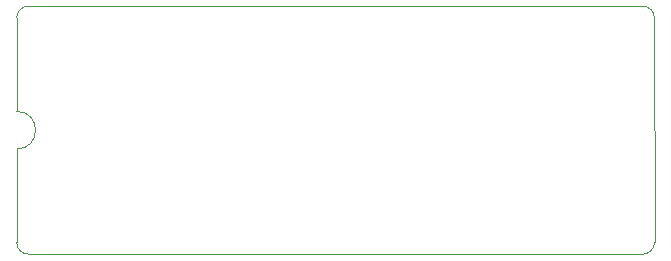
<source format=gm1>
%TF.GenerationSoftware,KiCad,Pcbnew,9.0.0*%
%TF.CreationDate,2025-03-14T22:24:00-04:00*%
%TF.ProjectId,teensy,7465656e-7379-42e6-9b69-6361645f7063,rev?*%
%TF.SameCoordinates,Original*%
%TF.FileFunction,Profile,NP*%
%FSLAX46Y46*%
G04 Gerber Fmt 4.6, Leading zero omitted, Abs format (unit mm)*
G04 Created by KiCad (PCBNEW 9.0.0) date 2025-03-14 22:24:00*
%MOMM*%
%LPD*%
G01*
G04 APERTURE LIST*
%TA.AperFunction,Profile*%
%ADD10C,0.100000*%
%TD*%
G04 APERTURE END LIST*
D10*
X179000000Y-91500000D02*
G75*
G02*
X180000000Y-92500000I0J-1000000D01*
G01*
X127000000Y-112500000D02*
G75*
G02*
X125992900Y-111492893I0J1007100D01*
G01*
X126000000Y-100400000D02*
G75*
G02*
X126000000Y-103600000I0J-1600000D01*
G01*
X179000000Y-112500000D02*
X127000000Y-112500000D01*
X125992893Y-111492893D02*
X126000000Y-103600000D01*
X180000000Y-92500000D02*
X180007107Y-111492893D01*
X180007107Y-111492893D02*
G75*
G02*
X179000000Y-112500007I-1007107J-7D01*
G01*
X125992893Y-92507107D02*
G75*
G02*
X127000000Y-91499993I1007107J7D01*
G01*
X126000000Y-100400000D02*
X125992893Y-92507107D01*
X127000000Y-91500000D02*
X179000000Y-91500000D01*
M02*

</source>
